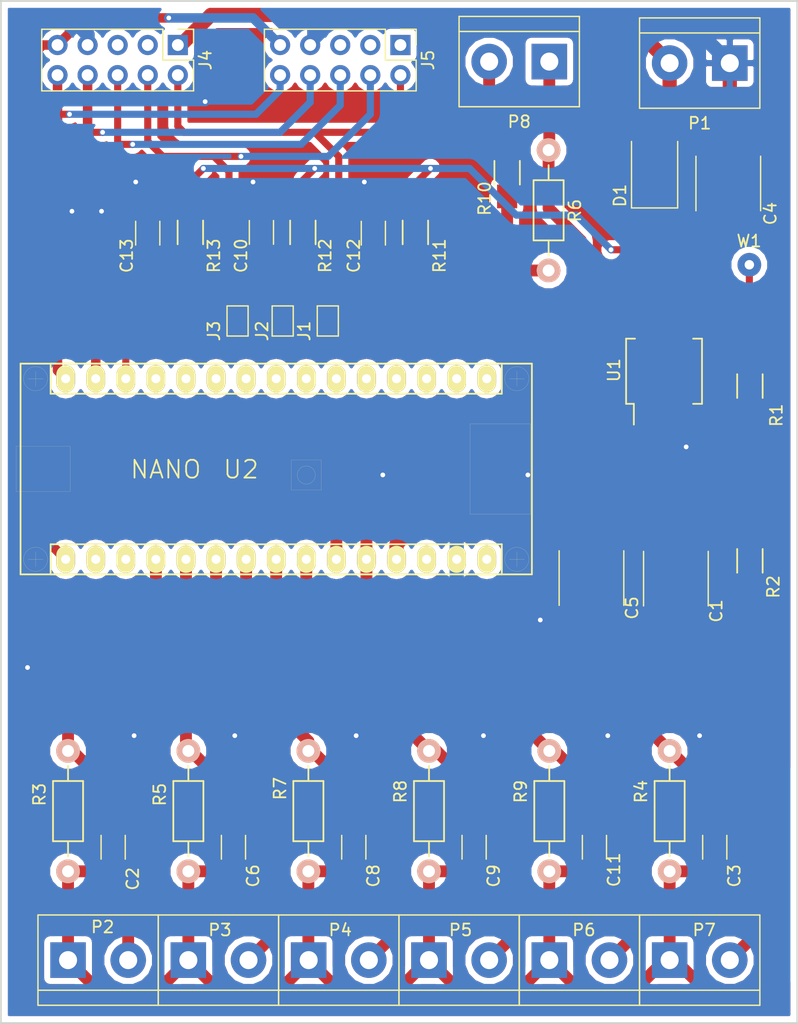
<source format=kicad_pcb>
(kicad_pcb (version 4) (host pcbnew 4.0.2+dfsg1-stable)
  (layers (0 F.Cu signal) (31 B.Cu signal) (34 B.Paste user) (35 F.Paste user) (36 B.SilkS user) (37 F.SilkS user) (38 B.Mask user) (39 F.Mask user) (44 Edge.Cuts user))
  (net 0 "")
  (net 1 GND)
  (net 2 /intensidad_1)
  (net 3 /v_referencia)
  (net 4 /intensidad_6)
  (net 5 VCC)
  (net 6 /intensidad_2)
  (net 7 /intensidad_3)
  (net 8 /intensidad_4)
  (net 9 /ss)
  (net 10 /intensidad_5)
  (net 11 /vcc_5v)
  (net 12 /esp_d0)
  (net 13 /esp_d1)
  (net 14 /esp_d2)
  (net 15 /mosi)
  (net 16 /miso)
  (net 17 /sck)
  (net 18 /esp_d8)
  (net 19 /esp_d3)
  (net 20 "Net-(U2-Pad2)")
  (net 21 "Net-(U2-Pad3)")
  (net 22 "Net-(U2-Pad4)")
  (net 23 "Net-(U2-Pad30)")
  (net 24 "Net-(U2-Pad28)")
  (net 25 "Net-(U2-Pad18)")
  (net 26 "Net-(U2-Pad17)")
  (net 27 "Net-(U2-Pad1)")
  (net 28 "Net-(U2-Pad5)")
  (net 29 "Net-(U2-Pad6)")
  (net 30 "Net-(U2-Pad7)")
  (net 31 "Net-(U2-Pad8)")
  (net 32 "Net-(U2-Pad9)")
  (net 33 "Net-(U2-Pad10)")
  (net 34 "Net-(U2-Pad11)")
  (net 35 "Net-(U2-Pad12)")
  (net 36 "Net-(J5-Pad1)")
  (net 37 "Net-(J5-Pad3)")
  (net 38 "Net-(J5-Pad5)")
  (net 39 "Net-(P8-Pad2)")
  (net 40 /voltage_1)
  (net 41 /v_25)
  (net 42 "Net-(U1-Pad6)")
  (module Connectors_Terminal_Blocks:TerminalBlock_bornier-2_P5.08mm (layer F.Cu) (at 86.741 154.94)
    (fp_text reference P4 (at 2.667 -2.54) (layer F.SilkS))
    (fp_text value PINZA_3)
    (pad 1 thru_hole rect (at 0 0) (size 3 3) (drill 1.52) (layers *.Cu *.Mask) (net 3 /v_referencia))
    (pad 2 thru_hole circle (at 5.08 0) (size 3 3) (drill 1.52) (layers *.Cu *.Mask) (net 7 /intensidad_3))
  )
  (module Capacitors_SMD:C_1206_HandSoldering (layer F.Cu) (at 82.75 93.536 90)
    (fp_text reference C10 (at -1.968 -1.724 90) (layer F.SilkS))
    (fp_text value 100nF)
    (pad 1 smd rect (at -2 0 90) (size 2 1.6) (layers F.Cu F.Paste F.Mask) (net 13 /esp_d1))
    (pad 2 smd rect (at 2 0 90) (size 2 1.6) (layers F.Cu F.Paste F.Mask) (net 1 GND))
  )
  (module Capacitors_SMD:C_2220_HandSoldering (layer F.Cu) (at 117.75 122.75 270)
    (fp_text reference C1 (at 2.726 -3.408 270) (layer F.SilkS))
    (fp_text value 10uF)
    (pad 1 smd rect (at -3.5 0 270) (size 2.4 5) (layers F.Cu F.Paste F.Mask) (net 41 /v_25))
    (pad 2 smd rect (at 3.5 0 270) (size 2.4 5) (layers F.Cu F.Paste F.Mask) (net 1 GND))
  )
  (module Capacitors_SMD:C_1206_HandSoldering (layer F.Cu) (at 70.231 145.415 270)
    (fp_text reference C2 (at 2.667 -1.651 270) (layer F.SilkS))
    (fp_text value 100nF)
    (pad 1 smd rect (at -2 0 270) (size 2 1.6) (layers F.Cu F.Paste F.Mask) (net 2 /intensidad_1))
    (pad 2 smd rect (at 2 0 270) (size 2 1.6) (layers F.Cu F.Paste F.Mask) (net 3 /v_referencia))
  )
  (module Capacitors_SMD:C_1206_HandSoldering (layer F.Cu) (at 121.031 145.415 270)
    (fp_text reference C3 (at 2.413 -1.651 270) (layer F.SilkS))
    (fp_text value 100nF)
    (pad 1 smd rect (at -2 0 270) (size 2 1.6) (layers F.Cu F.Paste F.Mask) (net 4 /intensidad_6))
    (pad 2 smd rect (at 2 0 270) (size 2 1.6) (layers F.Cu F.Paste F.Mask) (net 3 /v_referencia))
  )
  (module Capacitors_SMD:C_2220_HandSoldering (layer F.Cu) (at 122.174 89.408 90)
    (fp_text reference C4 (at -2.54 3.556 90) (layer F.SilkS))
    (fp_text value 10uF)
    (pad 1 smd rect (at -3.5 0 90) (size 2.4 5) (layers F.Cu F.Paste F.Mask) (net 5 VCC))
    (pad 2 smd rect (at 3.5 0 90) (size 2.4 5) (layers F.Cu F.Paste F.Mask) (net 1 GND))
  )
  (module Capacitors_SMD:C_2220_HandSoldering (layer F.Cu) (at 110.621 122.702 270)
    (fp_text reference C5 (at 2.52 -3.425 270) (layer F.SilkS))
    (fp_text value 10uF)
    (pad 1 smd rect (at -3.5 0 270) (size 2.4 5) (layers F.Cu F.Paste F.Mask) (net 3 /v_referencia))
    (pad 2 smd rect (at 3.5 0 270) (size 2.4 5) (layers F.Cu F.Paste F.Mask) (net 1 GND))
  )
  (module Capacitors_SMD:C_1206_HandSoldering (layer F.Cu) (at 80.391 145.415 270)
    (fp_text reference C6 (at 2.413 -1.651 270) (layer F.SilkS))
    (fp_text value 100nF)
    (pad 1 smd rect (at -2 0 270) (size 2 1.6) (layers F.Cu F.Paste F.Mask) (net 6 /intensidad_2))
    (pad 2 smd rect (at 2 0 270) (size 2 1.6) (layers F.Cu F.Paste F.Mask) (net 3 /v_referencia))
  )
  (module Capacitors_SMD:C_1206_HandSoldering (layer F.Cu) (at 90.551 145.415 270)
    (fp_text reference C8 (at 2.413 -1.651 270) (layer F.SilkS))
    (fp_text value 100nF)
    (pad 1 smd rect (at -2 0 270) (size 2 1.6) (layers F.Cu F.Paste F.Mask) (net 7 /intensidad_3))
    (pad 2 smd rect (at 2 0 270) (size 2 1.6) (layers F.Cu F.Paste F.Mask) (net 3 /v_referencia))
  )
  (module Capacitors_SMD:C_1206_HandSoldering (layer F.Cu) (at 100.711 145.415 270)
    (fp_text reference C9 (at 2.413 -1.651 270) (layer F.SilkS))
    (fp_text value 100nF)
    (pad 1 smd rect (at -2 0 270) (size 2 1.6) (layers F.Cu F.Paste F.Mask) (net 8 /intensidad_4))
    (pad 2 smd rect (at 2 0 270) (size 2 1.6) (layers F.Cu F.Paste F.Mask) (net 3 /v_referencia))
  )
  (module Capacitors_SMD:C_1206_HandSoldering (layer F.Cu) (at 110.871 145.415 270)
    (fp_text reference C11 (at 1.905 -1.651 270) (layer F.SilkS))
    (fp_text value 100nF)
    (pad 1 smd rect (at -2 0 270) (size 2 1.6) (layers F.Cu F.Paste F.Mask) (net 10 /intensidad_5))
    (pad 2 smd rect (at 2 0 270) (size 2 1.6) (layers F.Cu F.Paste F.Mask) (net 3 /v_referencia))
  )
  (module Diodes_SMD:D_2114 (layer F.Cu) (at 115.951 88.011 90)
    (fp_text reference D1 (at -2.413 -2.921 90) (layer F.SilkS))
    (fp_text value schottky)
    (pad 1 smd rect (at -2.325 0 90) (size 2 3) (layers F.Cu F.Paste F.Mask) (net 5 VCC))
    (pad 2 smd rect (at 2.325 0 90) (size 2 3) (layers F.Cu F.Paste F.Mask) (net 11 /vcc_5v))
  )
  (module Connectors:GS2 (layer F.Cu) (at 88.356 101.009 180)
    (fp_text reference J1 (at 1.996 -0.845 270) (layer F.SilkS))
    (fp_text value GS2)
    (pad 1 smd rect (at 0 -0.64 180) (size 1.27 0.97) (layers F.Cu F.Paste F.Mask) (net 9 /ss))
    (pad 2 smd rect (at 0 0.64 180) (size 1.27 0.97) (layers F.Cu F.Paste F.Mask) (net 14 /esp_d2))
  )
  (module Connectors:GS2 (layer F.Cu) (at 84.546 101.009 180)
    (fp_text reference J2 (at 1.742 -0.845 270) (layer F.SilkS))
    (fp_text value GS2)
    (pad 1 smd rect (at 0 -0.64 180) (size 1.27 0.97) (layers F.Cu F.Paste F.Mask) (net 9 /ss))
    (pad 2 smd rect (at 0 0.64 180) (size 1.27 0.97) (layers F.Cu F.Paste F.Mask) (net 13 /esp_d1))
  )
  (module Connectors:GS2 (layer F.Cu) (at 80.736 101.009 180)
    (fp_text reference J3 (at 1.996 -0.845 270) (layer F.SilkS))
    (fp_text value GS2)
    (pad 1 smd rect (at 0 -0.64 180) (size 1.27 0.97) (layers F.Cu F.Paste F.Mask) (net 9 /ss))
    (pad 2 smd rect (at 0 0.64 180) (size 1.27 0.97) (layers F.Cu F.Paste F.Mask) (net 12 /esp_d0))
  )
  (module Connectors_Terminal_Blocks:TerminalBlock_bornier-2_P5.08mm (layer F.Cu) (at 122.301 79.248 180)
    (fp_text reference P1 (at 2.54 -5.08 180) (layer F.SilkS))
    (fp_text value V_IN)
    (pad 1 thru_hole rect (at 0 0 180) (size 3 3) (drill 1.52) (layers *.Cu *.Mask) (net 1 GND))
    (pad 2 thru_hole circle (at 5.08 0 180) (size 3 3) (drill 1.52) (layers *.Cu *.Mask) (net 11 /vcc_5v))
  )
  (module Connectors_Terminal_Blocks:TerminalBlock_bornier-2_P5.08mm (layer F.Cu) (at 66.421 154.94)
    (fp_text reference P2 (at 2.921 -2.794) (layer F.SilkS))
    (fp_text value PINZA_1)
    (pad 1 thru_hole rect (at 0 0) (size 3 3) (drill 1.52) (layers *.Cu *.Mask) (net 3 /v_referencia))
    (pad 2 thru_hole circle (at 5.08 0) (size 3 3) (drill 1.52) (layers *.Cu *.Mask) (net 2 /intensidad_1))
  )
  (module Connectors_Terminal_Blocks:TerminalBlock_bornier-2_P5.08mm (layer F.Cu) (at 76.581 154.94)
    (fp_text reference P3 (at 2.667 -2.54) (layer F.SilkS))
    (fp_text value PINZA_2)
    (pad 1 thru_hole rect (at 0 0) (size 3 3) (drill 1.52) (layers *.Cu *.Mask) (net 3 /v_referencia))
    (pad 2 thru_hole circle (at 5.08 0) (size 3 3) (drill 1.52) (layers *.Cu *.Mask) (net 6 /intensidad_2))
  )
  (module Connectors_Terminal_Blocks:TerminalBlock_bornier-2_P5.08mm (layer F.Cu) (at 96.901 154.94)
    (fp_text reference P5 (at 2.667 -2.54) (layer F.SilkS))
    (fp_text value PINZA_4)
    (pad 1 thru_hole rect (at 0 0) (size 3 3) (drill 1.52) (layers *.Cu *.Mask) (net 3 /v_referencia))
    (pad 2 thru_hole circle (at 5.08 0) (size 3 3) (drill 1.52) (layers *.Cu *.Mask) (net 8 /intensidad_4))
  )
  (module Connectors_Terminal_Blocks:TerminalBlock_bornier-2_P5.08mm (layer F.Cu) (at 107.061 154.94)
    (fp_text reference P6 (at 2.921 -2.54) (layer F.SilkS))
    (fp_text value PINZA_5)
    (pad 1 thru_hole rect (at 0 0) (size 3 3) (drill 1.52) (layers *.Cu *.Mask) (net 3 /v_referencia))
    (pad 2 thru_hole circle (at 5.08 0) (size 3 3) (drill 1.52) (layers *.Cu *.Mask) (net 10 /intensidad_5))
  )
  (module Connectors_Terminal_Blocks:TerminalBlock_bornier-2_P5.08mm (layer F.Cu) (at 117.221 154.94)
    (fp_text reference P7 (at 2.921 -2.54) (layer F.SilkS))
    (fp_text value PINZA_6)
    (pad 1 thru_hole rect (at 0 0) (size 3 3) (drill 1.52) (layers *.Cu *.Mask) (net 3 /v_referencia))
    (pad 2 thru_hole circle (at 5.08 0) (size 3 3) (drill 1.52) (layers *.Cu *.Mask) (net 4 /intensidad_6))
  )
  (module Connectors_Terminal_Blocks:TerminalBlock_bornier-2_P5.08mm (layer F.Cu) (at 107.061 79.121 180)
    (fp_text reference P8 (at 2.54 -5.08 180) (layer F.SilkS))
    (fp_text value PINZA_7)
    (pad 1 thru_hole rect (at 0 0 180) (size 3 3) (drill 1.52) (layers *.Cu *.Mask) (net 3 /v_referencia))
    (pad 2 thru_hole circle (at 5.08 0 180) (size 3 3) (drill 1.52) (layers *.Cu *.Mask) (net 39 "Net-(P8-Pad2)"))
  )
  (module libreria_huellas_proyecto:Resistor_Horizontal_RM10mm (layer F.Cu) (at 66.421 137.287 270)
    (fp_text reference R3 (at 3.683 2.413 270) (layer F.SilkS))
    (fp_text value 10k)
    (pad 1 thru_hole circle (at 0 0 270) (size 1.99898 1.99898) (drill 1.00076) (layers *.Cu *.SilkS *.Mask) (net 2 /intensidad_1))
    (pad 2 thru_hole circle (at 10.16 0 270) (size 1.99898 1.99898) (drill 1.00076) (layers *.Cu *.SilkS *.Mask) (net 3 /v_referencia))
  )
  (module libreria_huellas_proyecto:Resistor_Horizontal_RM10mm (layer F.Cu) (at 117.221 137.287 270)
    (fp_text reference R4 (at 3.429 2.413 270) (layer F.SilkS))
    (fp_text value 10k)
    (pad 1 thru_hole circle (at 0 0 270) (size 1.99898 1.99898) (drill 1.00076) (layers *.Cu *.SilkS *.Mask) (net 4 /intensidad_6))
    (pad 2 thru_hole circle (at 10.16 0 270) (size 1.99898 1.99898) (drill 1.00076) (layers *.Cu *.SilkS *.Mask) (net 3 /v_referencia))
  )
  (module libreria_huellas_proyecto:Resistor_Horizontal_RM10mm (layer F.Cu) (at 76.581 137.287 270)
    (fp_text reference R5 (at 3.683 2.413 270) (layer F.SilkS))
    (fp_text value 10k)
    (pad 1 thru_hole circle (at 0 0 270) (size 1.99898 1.99898) (drill 1.00076) (layers *.Cu *.SilkS *.Mask) (net 6 /intensidad_2))
    (pad 2 thru_hole circle (at 10.16 0 270) (size 1.99898 1.99898) (drill 1.00076) (layers *.Cu *.SilkS *.Mask) (net 3 /v_referencia))
  )
  (module libreria_huellas_proyecto:Resistor_Horizontal_RM10mm (layer F.Cu) (at 86.7156 137.287 270)
    (fp_text reference R7 (at 3.175 2.3876 270) (layer F.SilkS))
    (fp_text value 10k)
    (pad 1 thru_hole circle (at 0 0 270) (size 1.99898 1.99898) (drill 1.00076) (layers *.Cu *.SilkS *.Mask) (net 7 /intensidad_3))
    (pad 2 thru_hole circle (at 10.16 0 270) (size 1.99898 1.99898) (drill 1.00076) (layers *.Cu *.SilkS *.Mask) (net 3 /v_referencia))
  )
  (module libreria_huellas_proyecto:Resistor_Horizontal_RM10mm (layer F.Cu) (at 96.901 137.287 270)
    (fp_text reference R8 (at 3.429 2.413 270) (layer F.SilkS))
    (fp_text value 10k)
    (pad 1 thru_hole circle (at 0 0 270) (size 1.99898 1.99898) (drill 1.00076) (layers *.Cu *.SilkS *.Mask) (net 8 /intensidad_4))
    (pad 2 thru_hole circle (at 10.16 0 270) (size 1.99898 1.99898) (drill 1.00076) (layers *.Cu *.SilkS *.Mask) (net 3 /v_referencia))
  )
  (module libreria_huellas_proyecto:Resistor_Horizontal_RM10mm (layer F.Cu) (at 107.061 137.287 270)
    (fp_text reference R9 (at 3.429 2.413 270) (layer F.SilkS))
    (fp_text value 10k)
    (pad 1 thru_hole circle (at 0 0 270) (size 1.99898 1.99898) (drill 1.00076) (layers *.Cu *.SilkS *.Mask) (net 10 /intensidad_5))
    (pad 2 thru_hole circle (at 10.16 0 270) (size 1.99898 1.99898) (drill 1.00076) (layers *.Cu *.SilkS *.Mask) (net 3 /v_referencia))
  )
  (module Housings_SOIC:SO-8_5.3x6.2mm_Pitch1.27mm (layer F.Cu) (at 116.75 105.25 90)
    (fp_text reference U1 (at 0.094 -4.228 90) (layer F.SilkS))
    (fp_text value LM358)
    (pad 1 smd rect (at -3.7 -1.905 90) (size 1.75 0.55) (layers F.Cu F.Paste F.Mask) (net 3 /v_referencia))
    (pad 2 smd rect (at -3.7 -0.635 90) (size 1.75 0.55) (layers F.Cu F.Paste F.Mask) (net 3 /v_referencia))
    (pad 3 smd rect (at -3.7 0.635 90) (size 1.75 0.55) (layers F.Cu F.Paste F.Mask) (net 41 /v_25))
    (pad 4 smd rect (at -3.7 1.905 90) (size 1.75 0.55) (layers F.Cu F.Paste F.Mask) (net 1 GND))
    (pad 5 smd rect (at 3.7 1.905 90) (size 1.75 0.55) (layers F.Cu F.Paste F.Mask) (net 41 /v_25))
    (pad 6 smd rect (at 3.7 0.635 90) (size 1.75 0.55) (layers F.Cu F.Paste F.Mask) (net 42 "Net-(U1-Pad6)"))
    (pad 7 smd rect (at 3.7 -0.635 90) (size 1.75 0.55) (layers F.Cu F.Paste F.Mask) (net 42 "Net-(U1-Pad6)"))
    (pad 8 smd rect (at 3.7 -1.905 90) (size 1.75 0.55) (layers F.Cu F.Paste F.Mask) (net 5 VCC))
  )
  (module libreria_huellas_proyecto:arduino_nano (layer F.Cu) (at 84 113.5 270)
    (fp_text reference U2 (at 0.038 2.974 360) (layer F.SilkS) (effects (font (size 1.5 1.5))))
    (fp_text value NANO (at 0.038 9.324 360) (layer F.SilkS) (effects (font (size 1.5 1.5))))
    (pad 2 thru_hole oval (at -7.62 -15.24 270) (size 2.286 1.5748) (drill 0.762) (layers *.Cu *.Mask F.SilkS) (net 20 "Net-(U2-Pad2)"))
    (pad 3 thru_hole oval (at -7.62 -12.7 270) (size 2.286 1.5748) (drill 0.762) (layers *.Cu *.Mask F.SilkS) (net 21 "Net-(U2-Pad3)"))
    (pad 4 thru_hole oval (at -7.62 -10.16 270) (size 2.286 1.5748) (drill 0.762) (layers *.Cu *.Mask F.SilkS) (net 22 "Net-(U2-Pad4)"))
    (pad 30 thru_hole oval (at 7.62 -17.78 270) (size 2.286 1.5748) (drill 0.762) (layers *.Cu *.Mask F.SilkS) (net 23 "Net-(U2-Pad30)"))
    (pad 29 thru_hole oval (at 7.62 -15.24 270) (size 2.286 1.5748) (drill 0.762) (layers *.Cu *.Mask F.SilkS) (net 1 GND))
    (pad 28 thru_hole oval (at 7.62 -12.7 270) (size 2.286 1.5748) (drill 0.762) (layers *.Cu *.Mask F.SilkS) (net 24 "Net-(U2-Pad28)"))
    (pad 27 thru_hole oval (at 7.62 -10.16 270) (size 2.286 1.5748) (drill 0.762) (layers *.Cu *.Mask F.SilkS) (net 5 VCC))
    (pad 19 thru_hole oval (at 7.62 10.16 270) (size 2.286 1.5748) (drill 0.762) (layers *.Cu *.Mask F.SilkS) (net 2 /intensidad_1))
    (pad 18 thru_hole oval (at 7.62 12.7 270) (size 2.286 1.5748) (drill 0.762) (layers *.Cu *.Mask F.SilkS) (net 25 "Net-(U2-Pad18)"))
    (pad 17 thru_hole oval (at 7.62 15.24 270) (size 2.286 1.5748) (drill 0.762) (layers *.Cu *.Mask F.SilkS) (net 26 "Net-(U2-Pad17)"))
    (pad 1 thru_hole oval (at -7.62 -17.78 270) (size 2.286 1.5748) (drill 0.762) (layers *.Cu *.Mask F.SilkS) (net 27 "Net-(U2-Pad1)"))
    (pad 5 thru_hole oval (at -7.62 -7.62 270) (size 2.286 1.5748) (drill 0.762) (layers *.Cu *.Mask F.SilkS) (net 28 "Net-(U2-Pad5)"))
    (pad 6 thru_hole oval (at -7.62 -5.08 270) (size 2.286 1.5748) (drill 0.762) (layers *.Cu *.Mask F.SilkS) (net 29 "Net-(U2-Pad6)"))
    (pad 7 thru_hole oval (at -7.62 -2.54 270) (size 2.286 1.5748) (drill 0.762) (layers *.Cu *.Mask F.SilkS) (net 30 "Net-(U2-Pad7)"))
    (pad 8 thru_hole oval (at -7.62 0 270) (size 2.286 1.5748) (drill 0.762) (layers *.Cu *.Mask F.SilkS) (net 31 "Net-(U2-Pad8)"))
    (pad 9 thru_hole oval (at -7.62 2.54 270) (size 2.286 1.5748) (drill 0.762) (layers *.Cu *.Mask F.SilkS) (net 32 "Net-(U2-Pad9)"))
    (pad 10 thru_hole oval (at -7.62 5.08 270) (size 2.286 1.5748) (drill 0.762) (layers *.Cu *.Mask F.SilkS) (net 33 "Net-(U2-Pad10)"))
    (pad 11 thru_hole oval (at -7.62 7.62 270) (size 2.286 1.5748) (drill 0.762) (layers *.Cu *.Mask F.SilkS) (net 34 "Net-(U2-Pad11)"))
    (pad 12 thru_hole oval (at -7.62 10.16 270) (size 2.286 1.5748) (drill 0.762) (layers *.Cu *.Mask F.SilkS) (net 35 "Net-(U2-Pad12)"))
    (pad 13 thru_hole oval (at -7.62 12.7 270) (size 2.286 1.5748) (drill 0.762) (layers *.Cu *.Mask F.SilkS) (net 9 /ss))
    (pad 14 thru_hole oval (at -7.62 15.24 270) (size 2.286 1.5748) (drill 0.762) (layers *.Cu *.Mask F.SilkS) (net 15 /mosi))
    (pad 15 thru_hole oval (at -7.62 17.78 270) (size 2.286 1.5748) (drill 0.762) (layers *.Cu *.Mask F.SilkS) (net 16 /miso))
    (pad 16 thru_hole oval (at 7.62 17.78 270) (size 2.286 1.5748) (drill 0.762) (layers *.Cu *.Mask F.SilkS) (net 17 /sck))
    (pad 20 thru_hole oval (at 7.62 7.62 270) (size 2.286 1.5748) (drill 0.762) (layers *.Cu *.Mask F.SilkS) (net 6 /intensidad_2))
    (pad 21 thru_hole oval (at 7.62 5.08 270) (size 2.286 1.5748) (drill 0.762) (layers *.Cu *.Mask F.SilkS) (net 7 /intensidad_3))
    (pad 22 thru_hole oval (at 7.62 2.54 270) (size 2.286 1.5748) (drill 0.762) (layers *.Cu *.Mask F.SilkS) (net 8 /intensidad_4))
    (pad 23 thru_hole oval (at 7.62 0 270) (size 2.286 1.5748) (drill 0.762) (layers *.Cu *.Mask F.SilkS) (net 10 /intensidad_5))
    (pad 24 thru_hole oval (at 7.62 -2.54 270) (size 2.286 1.5748) (drill 0.762) (layers *.Cu *.Mask F.SilkS) (net 4 /intensidad_6))
    (pad 25 thru_hole oval (at 7.62 -5.08 270) (size 2.286 1.5748) (drill 0.762) (layers *.Cu *.Mask F.SilkS) (net 40 /voltage_1))
    (pad 26 thru_hole oval (at 7.62 -7.62 270) (size 2.286 1.5748) (drill 0.762) (layers *.Cu *.Mask F.SilkS) (net 3 /v_referencia))
  )
  (module Wire_Pads:SolderWirePad_single_0-8mmDrill (layer F.Cu) (at 123.952 96.266)
    (fp_text reference W1 (at -0.02 -2.004) (layer F.SilkS))
    (fp_text value +5V)
    (pad 1 thru_hole circle (at 0 0) (size 1.99898 1.99898) (drill 0.8001) (layers *.Cu *.Mask) (net 5 VCC))
  )
  (module oscar_libreria_huellas:Pin_Header_Straight_2x05_Pitch2.54mm_onsar (layer F.Cu) (at 75.692 77.724 270)
    (fp_text reference J4 (at 1.27 -2.33 270) (layer F.SilkS))
    (fp_text value Conn_02x05_Odd_Even)
    (pad 1 thru_hole rect (at 0 0 270) (size 1.7 1.7) (drill 1) (layers *.Cu *.Mask) (net 11 /vcc_5v))
    (pad 2 thru_hole oval (at 2.54 0 270) (size 1.7 1.7) (drill 1) (layers *.Cu *.Mask) (net 14 /esp_d2))
    (pad 3 thru_hole oval (at 0 2.54 270) (size 1.7 1.7) (drill 1) (layers *.Cu *.Mask) (net 18 /esp_d8))
    (pad 4 thru_hole oval (at 2.54 2.54 270) (size 1.7 1.7) (drill 1) (layers *.Cu *.Mask) (net 13 /esp_d1))
    (pad 5 thru_hole oval (at 0 5.08 270) (size 1.7 1.7) (drill 1) (layers *.Cu *.Mask) (net 19 /esp_d3))
    (pad 6 thru_hole oval (at 2.54 5.08 270) (size 1.7 1.7) (drill 1) (layers *.Cu *.Mask) (net 12 /esp_d0))
    (pad 7 thru_hole oval (at 0 7.62 270) (size 1.7 1.7) (drill 1) (layers *.Cu *.Mask) (net 1 GND))
    (pad 8 thru_hole oval (at 2.54 7.62 270) (size 1.7 1.7) (drill 1) (layers *.Cu *.Mask) (net 15 /mosi))
    (pad 9 thru_hole oval (at 0 10.16 270) (size 1.7 1.7) (drill 1) (layers *.Cu *.Mask) (net 17 /sck))
    (pad 10 thru_hole oval (at 2.54 10.16 270) (size 1.7 1.7) (drill 1) (layers *.Cu *.Mask) (net 16 /miso))
  )
  (module oscar_libreria_huellas:Pin_Header_Straight_2x05_Pitch2.54mm_onsar (layer F.Cu) (at 94.488 77.724 270)
    (fp_text reference J5 (at 1.27 -2.33 270) (layer F.SilkS))
    (fp_text value Conn_02x05_Odd_Even)
    (pad 1 thru_hole rect (at 0 0 270) (size 1.7 1.7) (drill 1) (layers *.Cu *.Mask) (net 36 "Net-(J5-Pad1)"))
    (pad 2 thru_hole oval (at 2.54 0 270) (size 1.7 1.7) (drill 1) (layers *.Cu *.Mask) (net 14 /esp_d2))
    (pad 3 thru_hole oval (at 0 2.54 270) (size 1.7 1.7) (drill 1) (layers *.Cu *.Mask) (net 37 "Net-(J5-Pad3)"))
    (pad 4 thru_hole oval (at 2.54 2.54 270) (size 1.7 1.7) (drill 1) (layers *.Cu *.Mask) (net 13 /esp_d1))
    (pad 5 thru_hole oval (at 0 5.08 270) (size 1.7 1.7) (drill 1) (layers *.Cu *.Mask) (net 38 "Net-(J5-Pad5)"))
    (pad 6 thru_hole oval (at 2.54 5.08 270) (size 1.7 1.7) (drill 1) (layers *.Cu *.Mask) (net 12 /esp_d0))
    (pad 7 thru_hole oval (at 0 7.62 270) (size 1.7 1.7) (drill 1) (layers *.Cu *.Mask) (net 1 GND))
    (pad 8 thru_hole oval (at 2.54 7.62 270) (size 1.7 1.7) (drill 1) (layers *.Cu *.Mask) (net 15 /mosi))
    (pad 9 thru_hole oval (at 0 10.16 270) (size 1.7 1.7) (drill 1) (layers *.Cu *.Mask) (net 17 /sck))
    (pad 10 thru_hole oval (at 2.54 10.16 270) (size 1.7 1.7) (drill 1) (layers *.Cu *.Mask) (net 16 /miso))
  )
  (module Resistors_SMD:R_1206_HandSoldering (layer F.Cu) (at 124 106.5 270)
    (fp_text reference R1 (at 2.466 -2.238 270) (layer F.SilkS))
    (fp_text value 4K7)
    (pad 1 smd rect (at -2 0 270) (size 2 1.7) (layers F.Cu F.Paste F.Mask) (net 5 VCC))
    (pad 2 smd rect (at 2 0 270) (size 2 1.7) (layers F.Cu F.Paste F.Mask) (net 41 /v_25))
  )
  (module Resistors_SMD:R_1206_HandSoldering (layer F.Cu) (at 124 121.25 270)
    (fp_text reference R2 (at 2.194 -1.984 270) (layer F.SilkS))
    (fp_text value 4K7)
    (pad 1 smd rect (at -2 0 270) (size 2 1.7) (layers F.Cu F.Paste F.Mask) (net 41 /v_25))
    (pad 2 smd rect (at 2 0 270) (size 2 1.7) (layers F.Cu F.Paste F.Mask) (net 1 GND))
  )
  (module libreria_huellas_proyecto:Resistor_Horizontal_RM10mm (layer F.Cu) (at 107 96.75 90)
    (fp_text reference R6 (at 5.056 2.22 90) (layer F.SilkS))
    (fp_text value 1k)
    (pad 1 thru_hole circle (at 0 0 90) (size 1.99898 1.99898) (drill 1.00076) (layers *.Cu *.SilkS *.Mask) (net 40 /voltage_1))
    (pad 2 thru_hole circle (at 10.16 0 90) (size 1.99898 1.99898) (drill 1.00076) (layers *.Cu *.SilkS *.Mask) (net 3 /v_referencia))
  )
  (module Resistors_SMD:R_1206_HandSoldering (layer F.Cu) (at 103.5 88.5 90)
    (fp_text reference R10 (at -2.178 -1.9 90) (layer F.SilkS))
    (fp_text value 10k)
    (pad 1 smd rect (at -2 0 90) (size 2 1.7) (layers F.Cu F.Paste F.Mask) (net 40 /voltage_1))
    (pad 2 smd rect (at 2 0 90) (size 2 1.7) (layers F.Cu F.Paste F.Mask) (net 39 "Net-(P8-Pad2)"))
  )
  (module Resistors_SMD:R_1206_HandSoldering (layer F.Cu) (at 95.75 93.536 270)
    (fp_text reference R11 (at 1.968 -2.04 270) (layer F.SilkS))
    (fp_text value 4K7)
    (pad 1 smd rect (at -2 0 270) (size 2 1.7) (layers F.Cu F.Paste F.Mask) (net 5 VCC))
    (pad 2 smd rect (at 2 0 270) (size 2 1.7) (layers F.Cu F.Paste F.Mask) (net 14 /esp_d2))
  )
  (module Resistors_SMD:R_1206_HandSoldering (layer F.Cu) (at 86.25 93.536 270)
    (fp_text reference R12 (at 1.968 -1.888 270) (layer F.SilkS))
    (fp_text value 4K7)
    (pad 1 smd rect (at -2 0 270) (size 2 1.7) (layers F.Cu F.Paste F.Mask) (net 5 VCC))
    (pad 2 smd rect (at 2 0 270) (size 2 1.7) (layers F.Cu F.Paste F.Mask) (net 13 /esp_d1))
  )
  (module Resistors_SMD:R_1206_HandSoldering (layer F.Cu) (at 76.75 93.536 270)
    (fp_text reference R13 (at 1.968 -1.99 270) (layer F.SilkS))
    (fp_text value 4K7)
    (pad 1 smd rect (at -2 0 270) (size 2 1.7) (layers F.Cu F.Paste F.Mask) (net 5 VCC))
    (pad 2 smd rect (at 2 0 270) (size 2 1.7) (layers F.Cu F.Paste F.Mask) (net 12 /esp_d0))
  )
  (module Capacitors_SMD:C_1206_HandSoldering (layer F.Cu) (at 73.152 93.599 90)
    (fp_text reference C13 (at -1.905 -1.778 90) (layer F.SilkS))
    (fp_text value 100nF)
    (pad 1 smd rect (at -2 0 90) (size 2 1.6) (layers F.Cu F.Paste F.Mask) (net 12 /esp_d0))
    (pad 2 smd rect (at 2 0 90) (size 2 1.6) (layers F.Cu F.Paste F.Mask) (net 1 GND))
  )
  (module Capacitors_SMD:C_1206_HandSoldering (layer F.Cu) (at 92.202 93.599 90)
    (fp_text reference C12 (at -1.905 -1.651 90) (layer F.SilkS))
    (fp_text value 100nF)
    (pad 1 smd rect (at -2 0 90) (size 2 1.6) (layers F.Cu F.Paste F.Mask) (net 14 /esp_d2))
    (pad 2 smd rect (at 2 0 90) (size 2 1.6) (layers F.Cu F.Paste F.Mask) (net 1 GND))
  )
  (gr_line (start 60.75 160.25) (end 60.75 74) (angle 90) (layer Edge.Cuts) (width 0.15))
  (gr_line (start 128 160.25) (end 60.75 160.25) (angle 90) (layer Edge.Cuts) (width 0.15))
  (gr_line (start 128 74) (end 128 160.25) (angle 90) (layer Edge.Cuts) (width 0.15))
  (gr_line (start 60.75 74) (end 128 74) (angle 90) (layer Edge.Cuts) (width 0.15))
  (gr_line (start 60.75 74) (end 128 74) (angle 90) (layer Edge.Cuts) (width 0.15))
  (segment (start 91.25 115.824) (end 91.25 115.75) (width 0.8) (layer B.Cu) (net 1))
  (segment (start 93 114) (end 94 113) (width 0.8) (layer F.Cu) (net 1))
  (via (at 93 114) (size 0.6) (drill 0.4) (layers F.Cu B.Cu) (net 1))
  (segment (start 91.25 115.75) (end 93 114) (width 0.8) (layer B.Cu) (net 1))
  (segment (start 103.5 115.824) (end 103.5 115.75) (width 0.8) (layer B.Cu) (net 1))
  (segment (start 105.25 114) (end 106 113.25) (width 0.8) (layer F.Cu) (net 1))
  (via (at 105.25 114) (size 0.6) (drill 0.4) (layers F.Cu B.Cu) (net 1))
  (segment (start 103.5 115.75) (end 105.25 114) (width 0.8) (layer B.Cu) (net 1))
  (segment (start 62.992 82.5) (end 78 82.5) (width 0.8) (layer B.Cu) (net 1))
  (segment (start 78 82.5) (end 79.25 81.25) (width 0.8) (layer F.Cu) (net 1))
  (via (at 78 82.5) (size 0.6) (drill 0.4) (layers F.Cu B.Cu) (net 1))
  (segment (start 63.102 127.5) (end 63.102 130.148) (width 1.2) (layer B.Cu) (net 1))
  (segment (start 63 130.25) (end 63 132.75) (width 1.2) (layer F.Cu) (net 1))
  (via (at 63 130.25) (size 0.6) (drill 0.4) (layers F.Cu B.Cu) (net 1))
  (segment (start 63.102 130.148) (end 63 130.25) (width 1.2) (layer B.Cu) (net 1))
  (segment (start 117.25 133.75) (end 117.5 133.75) (width 1.2) (layer B.Cu) (net 1))
  (segment (start 112 133.75) (end 117.25 133.75) (width 1.2) (layer B.Cu) (net 1))
  (segment (start 119.75 136) (end 122.25 138.5) (width 1.2) (layer F.Cu) (net 1))
  (via (at 119.75 136) (size 0.6) (drill 0.4) (layers F.Cu B.Cu) (net 1))
  (segment (start 117.5 133.75) (end 119.75 136) (width 1.2) (layer B.Cu) (net 1))
  (segment (start 112 133.75) (end 112 136) (width 1.2) (layer B.Cu) (net 1))
  (segment (start 112 136) (end 112 138.5) (width 1.2) (layer F.Cu) (net 1))
  (via (at 112 136) (size 0.6) (drill 0.4) (layers F.Cu B.Cu) (net 1))
  (segment (start 101.5 133.75) (end 101.5 136) (width 1.2) (layer B.Cu) (net 1))
  (segment (start 101.5 136) (end 101.5 138.5) (width 1.2) (layer F.Cu) (net 1))
  (via (at 101.5 136) (size 0.6) (drill 0.4) (layers F.Cu B.Cu) (net 1))
  (segment (start 90.75 133.75) (end 90.75 136) (width 1.2) (layer B.Cu) (net 1))
  (segment (start 90.75 136) (end 90.75 138.5) (width 1.2) (layer F.Cu) (net 1))
  (via (at 90.75 136) (size 0.6) (drill 0.4) (layers F.Cu B.Cu) (net 1))
  (segment (start 80.5 133.75) (end 80.5 136) (width 1.2) (layer B.Cu) (net 1))
  (segment (start 80.5 136) (end 80.5 138.5) (width 1.2) (layer F.Cu) (net 1))
  (via (at 80.5 136) (size 0.6) (drill 0.4) (layers F.Cu B.Cu) (net 1))
  (segment (start 72 133.75) (end 72 136) (width 1.2) (layer B.Cu) (net 1))
  (segment (start 72 136) (end 72 138.5) (width 1.2) (layer F.Cu) (net 1))
  (via (at 72 136) (size 0.6) (drill 0.4) (layers F.Cu B.Cu) (net 1))
  (segment (start 63.102 113.648) (end 63.102 127.5) (width 1.2) (layer B.Cu) (net 1))
  (segment (start 63.102 127.5) (end 63.102 127.852) (width 1.2) (layer B.Cu) (net 1))
  (segment (start 108.75 133.75) (end 112 133.75) (width 1.2) (layer B.Cu) (net 1))
  (segment (start 99.75 133.75) (end 101.5 133.75) (width 1.2) (layer B.Cu) (net 1))
  (segment (start 101.5 133.75) (end 108.75 133.75) (width 1.2) (layer B.Cu) (net 1))
  (segment (start 69 133.75) (end 72 133.75) (width 1.2) (layer B.Cu) (net 1))
  (segment (start 72 133.75) (end 80.5 133.75) (width 1.2) (layer B.Cu) (net 1))
  (segment (start 80.5 133.75) (end 90.75 133.75) (width 1.2) (layer B.Cu) (net 1))
  (segment (start 90.75 133.75) (end 99.75 133.75) (width 1.2) (layer B.Cu) (net 1))
  (segment (start 63.102 127.852) (end 69 133.75) (width 1.2) (layer B.Cu) (net 1))
  (segment (start 69.25 89.281) (end 69.25 91.75) (width 0.6) (layer B.Cu) (net 1))
  (segment (start 69.25 91.75) (end 69.25 93.75) (width 0.6) (layer F.Cu) (net 1))
  (via (at 69.25 91.75) (size 0.6) (drill 0.4) (layers F.Cu B.Cu) (net 1))
  (segment (start 66.75 89.281) (end 66.75 91.75) (width 0.6) (layer B.Cu) (net 1))
  (segment (start 66.75 91.75) (end 66.75 93.75) (width 0.6) (layer F.Cu) (net 1))
  (via (at 66.75 91.75) (size 0.6) (drill 0.4) (layers F.Cu B.Cu) (net 1))
  (segment (start 73.152 91.599) (end 73.152 90.297) (width 0.6) (layer F.Cu) (net 1))
  (via (at 72.136 89.281) (size 0.6) (drill 0.4) (layers F.Cu B.Cu) (net 1))
  (segment (start 73.152 90.297) (end 72.136 89.281) (width 0.6) (layer F.Cu) (net 1))
  (segment (start 82.75 91.536) (end 82.75 89.989) (width 0.6) (layer F.Cu) (net 1))
  (via (at 82.042 89.281) (size 0.6) (drill 0.4) (layers F.Cu B.Cu) (net 1))
  (segment (start 82.75 89.989) (end 82.042 89.281) (width 0.6) (layer F.Cu) (net 1))
  (segment (start 92.202 91.599) (end 92.202 90.043) (width 0.6) (layer F.Cu) (net 1))
  (segment (start 92.202 90.043) (end 91.44 89.281) (width 0.6) (layer F.Cu) (net 1))
  (via (at 91.44 89.281) (size 0.6) (drill 0.4) (layers F.Cu B.Cu) (net 1))
  (segment (start 91.44 89.281) (end 82.042 89.281) (width 0.6) (layer B.Cu) (net 1))
  (segment (start 66.421 89.281) (end 62.992 92.71) (width 0.6) (layer B.Cu) (net 1))
  (segment (start 72.136 89.281) (end 69.25 89.281) (width 0.6) (layer B.Cu) (net 1))
  (segment (start 69.25 89.281) (end 66.75 89.281) (width 0.6) (layer B.Cu) (net 1))
  (segment (start 66.75 89.281) (end 67 89.281) (width 0.6) (layer B.Cu) (net 1))
  (segment (start 67 89.281) (end 66.421 89.281) (width 0.6) (layer B.Cu) (net 1))
  (segment (start 82.042 89.281) (end 75.057 89.281) (width 0.6) (layer B.Cu) (net 1))
  (segment (start 75.057 89.281) (end 72.136 89.281) (width 0.6) (layer B.Cu) (net 1))
  (segment (start 86.868 77.724) (end 86.868 77.47) (width 1.2) (layer B.Cu) (net 1))
  (segment (start 86.868 77.47) (end 89.154 75.184) (width 1.2) (layer B.Cu) (net 1))
  (segment (start 89.154 75.184) (end 118.237 75.184) (width 1.2) (layer B.Cu) (net 1))
  (segment (start 118.237 75.184) (end 122.301 79.248) (width 1.2) (layer B.Cu) (net 1))
  (segment (start 101.346 115.824) (end 91.25 115.824) (width 1.2) (layer B.Cu) (net 1))
  (segment (start 91.25 115.824) (end 65.278 115.824) (width 1.2) (layer B.Cu) (net 1))
  (segment (start 65.278 115.824) (end 63.102 113.648) (width 1.2) (layer B.Cu) (net 1))
  (segment (start 63.102 113.648) (end 62.992 113.538) (width 1.2) (layer B.Cu) (net 1))
  (segment (start 62.992 113.538) (end 62.992 92.71) (width 1.2) (layer B.Cu) (net 1))
  (segment (start 68.072 76.835) (end 68.072 77.724) (width 1.2) (layer B.Cu) (net 1))
  (segment (start 62.992 92.71) (end 62.992 82.5) (width 1.2) (layer B.Cu) (net 1))
  (segment (start 62.992 82.5) (end 62.992 76.327) (width 1.2) (layer B.Cu) (net 1))
  (segment (start 62.992 76.327) (end 63.881 75.438) (width 1.2) (layer B.Cu) (net 1))
  (segment (start 63.881 75.438) (end 66.675 75.438) (width 1.2) (layer B.Cu) (net 1))
  (segment (start 66.675 75.438) (end 68.072 76.835) (width 1.2) (layer B.Cu) (net 1))
  (segment (start 118.655 108.95) (end 118.655 111.596) (width 0.6) (layer F.Cu) (net 1))
  (segment (start 118.655 111.596) (end 118.618 111.633) (width 0.6) (layer F.Cu) (net 1))
  (via (at 118.618 111.633) (size 0.6) (drill 0.4) (layers F.Cu B.Cu) (net 1))
  (segment (start 118.618 111.633) (end 114.427 115.824) (width 1.2) (layer B.Cu) (net 1))
  (segment (start 114.427 115.824) (end 103.5 115.824) (width 1.2) (layer B.Cu) (net 1))
  (segment (start 103.5 115.824) (end 102.87 115.824) (width 1.2) (layer B.Cu) (net 1))
  (segment (start 99.24 117.803) (end 99.24 121.12) (width 1.2) (layer B.Cu) (net 1))
  (segment (start 102.87 115.824) (end 101.346 115.824) (width 1.2) (layer B.Cu) (net 1))
  (segment (start 101.346 115.824) (end 101.219 115.824) (width 1.2) (layer B.Cu) (net 1))
  (segment (start 101.219 115.824) (end 99.24 117.803) (width 1.2) (layer B.Cu) (net 1))
  (segment (start 110.621 126.202) (end 106.335 126.202) (width 1.2) (layer F.Cu) (net 1))
  (segment (start 99.24 123.37) (end 99.24 121.12) (width 1.2) (layer B.Cu) (net 1))
  (segment (start 102.108 126.238) (end 99.24 123.37) (width 1.2) (layer B.Cu) (net 1))
  (segment (start 106.299 126.238) (end 102.108 126.238) (width 1.2) (layer B.Cu) (net 1))
  (via (at 106.299 126.238) (size 0.6) (drill 0.4) (layers F.Cu B.Cu) (net 1))
  (segment (start 106.335 126.202) (end 106.299 126.238) (width 1.2) (layer F.Cu) (net 1))
  (segment (start 124 123.25) (end 124 122.888) (width 1.2) (layer F.Cu) (net 1))
  (segment (start 124 122.888) (end 126.746 120.142) (width 1.2) (layer F.Cu) (net 1))
  (segment (start 126.746 90.48) (end 122.174 85.908) (width 1.2) (layer F.Cu) (net 1))
  (segment (start 126.746 120.142) (end 126.746 90.48) (width 1.2) (layer F.Cu) (net 1))
  (segment (start 117.75 126.25) (end 121 126.25) (width 1.2) (layer F.Cu) (net 1))
  (segment (start 121 126.25) (end 124 123.25) (width 1.2) (layer F.Cu) (net 1))
  (segment (start 110.621 126.202) (end 117.702 126.202) (width 1.2) (layer F.Cu) (net 1))
  (segment (start 117.702 126.202) (end 117.75 126.25) (width 1.2) (layer F.Cu) (net 1))
  (segment (start 122.301 79.248) (end 122.301 85.781) (width 1.2) (layer F.Cu) (net 1))
  (segment (start 122.301 85.781) (end 122.174 85.908) (width 1.2) (layer F.Cu) (net 1))
  (segment (start 82.75 91.536) (end 82.75 91.494) (width 0.6) (layer F.Cu) (net 1))
  (segment (start 73.152 91.599) (end 73.152 91.567) (width 0.6) (layer F.Cu) (net 1))
  (segment (start 92.202 91.313) (end 92.202 91.599) (width 0.6) (layer F.Cu) (net 1))
  (segment (start 71.501 154.94) (end 71.501 150.999) (width 1) (layer F.Cu) (net 2))
  (segment (start 73 143.5) (end 70.231 140.731) (width 1) (layer F.Cu) (net 2))
  (segment (start 73 149.5) (end 73 143.5) (width 1) (layer F.Cu) (net 2))
  (segment (start 71.501 150.999) (end 73 149.5) (width 1) (layer F.Cu) (net 2))
  (segment (start 66.421 137.287) (end 66.787 137.287) (width 1) (layer F.Cu) (net 2))
  (segment (start 66.787 137.287) (end 70.231 140.731) (width 1) (layer F.Cu) (net 2))
  (segment (start 70.231 140.731) (end 70.231 143.415) (width 1) (layer F.Cu) (net 2))
  (segment (start 73.84 121.12) (end 73.84 124.16) (width 1) (layer F.Cu) (net 2))
  (segment (start 66.421 131.579) (end 66.421 137.287) (width 1) (layer F.Cu) (net 2))
  (segment (start 73.84 124.16) (end 66.421 131.579) (width 1) (layer F.Cu) (net 2))
  (segment (start 107 86.59) (end 107 91.506) (width 1) (layer F.Cu) (net 3))
  (segment (start 91.62 117.93) (end 91.62 121.12) (width 1) (layer F.Cu) (net 3))
  (segment (start 94.996 114.554) (end 91.62 117.93) (width 1) (layer F.Cu) (net 3))
  (segment (start 102.616 114.554) (end 94.996 114.554) (width 1) (layer F.Cu) (net 3))
  (segment (start 107.95 109.22) (end 102.616 114.554) (width 1) (layer F.Cu) (net 3))
  (segment (start 107.95 99.822) (end 107.95 109.22) (width 1) (layer F.Cu) (net 3))
  (segment (start 109.728 98.044) (end 107.95 99.822) (width 1) (layer F.Cu) (net 3))
  (segment (start 109.728 94.234) (end 109.728 98.044) (width 1) (layer F.Cu) (net 3))
  (segment (start 107 91.506) (end 109.728 94.234) (width 1) (layer F.Cu) (net 3))
  (segment (start 110.621 119.202) (end 110.621 121.129) (width 1) (layer F.Cu) (net 3))
  (segment (start 103.75 122.75) (end 101.75 124.75) (width 1) (layer F.Cu) (net 3))
  (segment (start 109 122.75) (end 103.75 122.75) (width 1) (layer F.Cu) (net 3))
  (segment (start 110.621 121.129) (end 109 122.75) (width 1) (layer F.Cu) (net 3))
  (segment (start 76.581 154.94) (end 76.56 154.94) (width 1) (layer F.Cu) (net 3))
  (segment (start 76.56 154.94) (end 73.5 158) (width 1) (layer F.Cu) (net 3))
  (segment (start 69.481 158) (end 66.421 154.94) (width 1) (layer F.Cu) (net 3))
  (segment (start 73.5 158) (end 69.481 158) (width 1) (layer F.Cu) (net 3))
  (segment (start 86.741 154.94) (end 86.741 155.009) (width 1) (layer F.Cu) (net 3))
  (segment (start 86.741 155.009) (end 83.75 158) (width 1) (layer F.Cu) (net 3))
  (segment (start 79.641 158) (end 76.581 154.94) (width 1) (layer F.Cu) (net 3))
  (segment (start 83.75 158) (end 79.641 158) (width 1) (layer F.Cu) (net 3))
  (segment (start 96.901 154.94) (end 96.81 154.94) (width 1) (layer F.Cu) (net 3))
  (segment (start 96.81 154.94) (end 93.75 158) (width 1) (layer F.Cu) (net 3))
  (segment (start 89.801 158) (end 86.741 154.94) (width 1) (layer F.Cu) (net 3))
  (segment (start 93.75 158) (end 89.801 158) (width 1) (layer F.Cu) (net 3))
  (segment (start 107.061 154.94) (end 107.06 154.94) (width 1) (layer F.Cu) (net 3))
  (segment (start 107.06 154.94) (end 104 158) (width 1) (layer F.Cu) (net 3))
  (segment (start 99.961 158) (end 96.901 154.94) (width 1) (layer F.Cu) (net 3))
  (segment (start 104 158) (end 99.961 158) (width 1) (layer F.Cu) (net 3))
  (segment (start 117.221 154.94) (end 116.81 154.94) (width 1) (layer F.Cu) (net 3))
  (segment (start 116.81 154.94) (end 113.75 158) (width 1) (layer F.Cu) (net 3))
  (segment (start 110.121 158) (end 107.061 154.94) (width 1) (layer F.Cu) (net 3))
  (segment (start 113.75 158) (end 110.121 158) (width 1) (layer F.Cu) (net 3))
  (segment (start 117.221 154.94) (end 117.69 154.94) (width 1) (layer F.Cu) (net 3))
  (segment (start 117.69 154.94) (end 121 158.25) (width 1) (layer F.Cu) (net 3))
  (segment (start 121 158.25) (end 124.25 158.25) (width 1) (layer F.Cu) (net 3))
  (segment (start 124.25 158.25) (end 126.75 155.75) (width 1) (layer F.Cu) (net 3))
  (segment (start 126.75 155.75) (end 126.75 139.75) (width 1) (layer F.Cu) (net 3))
  (segment (start 126.75 139.75) (end 117.5 130.5) (width 1) (layer F.Cu) (net 3))
  (segment (start 117.5 130.5) (end 107.5 130.5) (width 1) (layer F.Cu) (net 3))
  (segment (start 107.5 130.5) (end 101.75 124.75) (width 1) (layer F.Cu) (net 3))
  (segment (start 91.62 123.12) (end 91.62 121.12) (width 1) (layer F.Cu) (net 3))
  (segment (start 93.25 124.75) (end 91.62 123.12) (width 1) (layer F.Cu) (net 3))
  (segment (start 101.75 124.75) (end 93.25 124.75) (width 1) (layer F.Cu) (net 3))
  (segment (start 116.115 108.95) (end 116.115 110.635) (width 0.6) (layer F.Cu) (net 3))
  (segment (start 116.115 110.635) (end 114.845 111.905) (width 0.6) (layer F.Cu) (net 3))
  (segment (start 114.845 108.95) (end 114.845 111.905) (width 0.6) (layer F.Cu) (net 3))
  (segment (start 110.621 116.129) (end 110.621 119.202) (width 0.6) (layer F.Cu) (net 3))
  (segment (start 114.845 111.905) (end 110.621 116.129) (width 0.6) (layer F.Cu) (net 3))
  (segment (start 107 86.59) (end 107.34 86.59) (width 1) (layer F.Cu) (net 3))
  (segment (start 107.061 79.121) (end 107.061 86.529) (width 1) (layer F.Cu) (net 3))
  (segment (start 107.061 86.529) (end 107 86.59) (width 1) (layer F.Cu) (net 3))
  (segment (start 117.221 147.447) (end 120.999 147.447) (width 1) (layer F.Cu) (net 3))
  (segment (start 120.999 147.447) (end 121.031 147.415) (width 1) (layer F.Cu) (net 3))
  (segment (start 86.7156 147.447) (end 90.519 147.447) (width 1) (layer F.Cu) (net 3))
  (segment (start 90.519 147.447) (end 90.551 147.415) (width 1) (layer F.Cu) (net 3))
  (segment (start 76.581 147.447) (end 80.359 147.447) (width 1) (layer F.Cu) (net 3))
  (segment (start 80.359 147.447) (end 80.391 147.415) (width 1) (layer F.Cu) (net 3))
  (segment (start 66.421 147.447) (end 70.199 147.447) (width 1) (layer F.Cu) (net 3))
  (segment (start 70.199 147.447) (end 70.231 147.415) (width 1) (layer F.Cu) (net 3))
  (segment (start 96.901 147.447) (end 100.679 147.447) (width 1) (layer F.Cu) (net 3))
  (segment (start 100.679 147.447) (end 100.711 147.415) (width 1) (layer F.Cu) (net 3))
  (segment (start 107.061 147.447) (end 110.839 147.447) (width 1) (layer F.Cu) (net 3))
  (segment (start 110.839 147.447) (end 110.871 147.415) (width 1) (layer F.Cu) (net 3))
  (segment (start 117.221 147.447) (end 117.221 154.94) (width 1) (layer F.Cu) (net 3))
  (segment (start 107.061 147.447) (end 107.061 154.94) (width 1) (layer F.Cu) (net 3))
  (segment (start 96.901 147.447) (end 96.901 154.94) (width 1) (layer F.Cu) (net 3))
  (segment (start 86.7156 147.447) (end 86.7156 154.9146) (width 1) (layer F.Cu) (net 3))
  (segment (start 86.7156 154.9146) (end 86.741 154.94) (width 1) (layer F.Cu) (net 3))
  (segment (start 76.581 147.447) (end 76.581 154.94) (width 1) (layer F.Cu) (net 3))
  (segment (start 66.421 147.447) (end 66.421 154.94) (width 1) (layer F.Cu) (net 3))
  (segment (start 86.54 121.12) (end 86.54 123.54) (width 1) (layer F.Cu) (net 4))
  (segment (start 113.684 133.75) (end 117.221 137.287) (width 1) (layer F.Cu) (net 4))
  (segment (start 107 133.75) (end 113.684 133.75) (width 1) (layer F.Cu) (net 4))
  (segment (start 100.5 127.25) (end 107 133.75) (width 1) (layer F.Cu) (net 4))
  (segment (start 90.25 127.25) (end 100.5 127.25) (width 1) (layer F.Cu) (net 4))
  (segment (start 86.54 123.54) (end 90.25 127.25) (width 1) (layer F.Cu) (net 4))
  (segment (start 121.031 143.415) (end 121.031 141.031) (width 1) (layer F.Cu) (net 4))
  (segment (start 121.031 141.031) (end 121 141) (width 1) (layer F.Cu) (net 4))
  (segment (start 117.221 137.287) (end 117.287 137.287) (width 1) (layer F.Cu) (net 4))
  (segment (start 117.287 137.287) (end 121 141) (width 1) (layer F.Cu) (net 4))
  (segment (start 121 141) (end 124 144) (width 1) (layer F.Cu) (net 4))
  (segment (start 124 153.241) (end 122.301 154.94) (width 1) (layer F.Cu) (net 4))
  (segment (start 124 144) (end 124 153.241) (width 1) (layer F.Cu) (net 4))
  (segment (start 95.75 91.536) (end 95.75 89.416) (width 0.6) (layer F.Cu) (net 5))
  (via (at 97.028 88.138) (size 0.6) (drill 0.4) (layers F.Cu B.Cu) (net 5))
  (segment (start 95.75 89.416) (end 97.028 88.138) (width 0.6) (layer F.Cu) (net 5))
  (segment (start 86.25 91.536) (end 86.25 89.137) (width 0.6) (layer F.Cu) (net 5))
  (via (at 87.249 88.138) (size 0.6) (drill 0.4) (layers F.Cu B.Cu) (net 5))
  (segment (start 86.25 89.137) (end 87.249 88.138) (width 0.6) (layer F.Cu) (net 5))
  (segment (start 76.75 91.536) (end 76.75 89.239) (width 0.6) (layer F.Cu) (net 5))
  (segment (start 112.272 95) (end 115.951 95) (width 0.6) (layer F.Cu) (net 5))
  (segment (start 112.268 94.996) (end 112.272 95) (width 0.6) (layer F.Cu) (net 5))
  (via (at 112.268 94.996) (size 0.6) (drill 0.4) (layers F.Cu B.Cu) (net 5))
  (segment (start 109.347 92.075) (end 112.268 94.996) (width 0.6) (layer B.Cu) (net 5))
  (segment (start 104.267 92.075) (end 109.347 92.075) (width 0.6) (layer B.Cu) (net 5))
  (segment (start 100.33 88.138) (end 104.267 92.075) (width 0.6) (layer B.Cu) (net 5))
  (segment (start 77.851 88.138) (end 87.249 88.138) (width 0.6) (layer B.Cu) (net 5))
  (segment (start 87.249 88.138) (end 97.028 88.138) (width 0.6) (layer B.Cu) (net 5))
  (segment (start 97.028 88.138) (end 100.33 88.138) (width 0.6) (layer B.Cu) (net 5))
  (via (at 77.851 88.138) (size 0.6) (drill 0.4) (layers F.Cu B.Cu) (net 5))
  (segment (start 76.75 89.239) (end 77.851 88.138) (width 0.6) (layer F.Cu) (net 5))
  (segment (start 123.952 96.266) (end 123.952 98.952) (width 0.6) (layer F.Cu) (net 5))
  (segment (start 123.952 98.952) (end 123.952 98.679) (width 0.6) (layer F.Cu) (net 5))
  (segment (start 123.952 98.679) (end 123.952 98.952) (width 0.6) (layer F.Cu) (net 5))
  (segment (start 124 104.5) (end 124 99) (width 0.6) (layer F.Cu) (net 5))
  (segment (start 124 99) (end 123.952 98.952) (width 0.6) (layer F.Cu) (net 5))
  (segment (start 123.952 98.952) (end 120 95) (width 0.6) (layer F.Cu) (net 5))
  (segment (start 114.845 101.55) (end 114.845 96.155) (width 0.6) (layer F.Cu) (net 5))
  (segment (start 114.845 96.155) (end 114.75 96.25) (width 0.6) (layer F.Cu) (net 5))
  (segment (start 115.951 95) (end 120 95) (width 1.2) (layer F.Cu) (net 5))
  (segment (start 120 95) (end 120.082 95) (width 1.2) (layer F.Cu) (net 5))
  (segment (start 120.082 95) (end 122.174 92.908) (width 1.2) (layer F.Cu) (net 5))
  (segment (start 115.951 90.336) (end 115.951 95) (width 1.2) (layer F.Cu) (net 5))
  (segment (start 115.951 95) (end 115.951 95.049) (width 1.2) (layer F.Cu) (net 5))
  (segment (start 94.16 119.84) (end 94.16 121.12) (width 1.2) (layer F.Cu) (net 5))
  (segment (start 96.75 117.25) (end 94.16 119.84) (width 1.2) (layer F.Cu) (net 5))
  (segment (start 104.25 117.25) (end 96.75 117.25) (width 1.2) (layer F.Cu) (net 5))
  (segment (start 110.75 110.75) (end 104.25 117.25) (width 1.2) (layer F.Cu) (net 5))
  (segment (start 110.75 100.25) (end 110.75 110.75) (width 1.2) (layer F.Cu) (net 5))
  (segment (start 115.951 95.049) (end 114.75 96.25) (width 1.2) (layer F.Cu) (net 5))
  (segment (start 114.75 96.25) (end 110.75 100.25) (width 1.2) (layer F.Cu) (net 5))
  (segment (start 80.391 143.415) (end 80.391 140.891) (width 1) (layer F.Cu) (net 6))
  (segment (start 80.391 140.891) (end 80.5 141) (width 1) (layer F.Cu) (net 6))
  (segment (start 76.581 137.287) (end 76.787 137.287) (width 1) (layer F.Cu) (net 6))
  (segment (start 76.787 137.287) (end 80.5 141) (width 1) (layer F.Cu) (net 6))
  (segment (start 80.5 141) (end 83.25 143.75) (width 1) (layer F.Cu) (net 6))
  (segment (start 83.25 153.351) (end 81.661 154.94) (width 1) (layer F.Cu) (net 6))
  (segment (start 83.25 143.75) (end 83.25 153.351) (width 1) (layer F.Cu) (net 6))
  (segment (start 76.38 121.12) (end 76.38 137.086) (width 1) (layer F.Cu) (net 6))
  (segment (start 76.38 137.086) (end 76.581 137.287) (width 1) (layer F.Cu) (net 6))
  (segment (start 90.551 143.415) (end 90.551 140.801) (width 1) (layer F.Cu) (net 7))
  (segment (start 90.551 140.801) (end 90.75 141) (width 1) (layer F.Cu) (net 7))
  (segment (start 86.7156 137.287) (end 87.037 137.287) (width 1) (layer F.Cu) (net 7))
  (segment (start 87.037 137.287) (end 90.75 141) (width 1) (layer F.Cu) (net 7))
  (segment (start 90.75 141) (end 93.5 143.75) (width 1) (layer F.Cu) (net 7))
  (segment (start 93.5 153.261) (end 91.821 154.94) (width 1) (layer F.Cu) (net 7))
  (segment (start 93.5 143.75) (end 93.5 153.261) (width 1) (layer F.Cu) (net 7))
  (segment (start 78.92 121.12) (end 78.92 128.67) (width 1) (layer F.Cu) (net 7))
  (segment (start 78.92 128.67) (end 86.7156 136.4656) (width 1) (layer F.Cu) (net 7))
  (segment (start 86.7156 136.4656) (end 86.7156 137.287) (width 1) (layer F.Cu) (net 7))
  (segment (start 81.46 121.12) (end 81.46 126.96) (width 1) (layer F.Cu) (net 8))
  (segment (start 93.614 134) (end 96.901 137.287) (width 1) (layer F.Cu) (net 8))
  (segment (start 88.5 134) (end 93.614 134) (width 1) (layer F.Cu) (net 8))
  (segment (start 81.46 126.96) (end 88.5 134) (width 1) (layer F.Cu) (net 8))
  (segment (start 100.711 143.415) (end 100.711 140.461) (width 1) (layer F.Cu) (net 8))
  (segment (start 100.711 140.461) (end 100.75 140.5) (width 1) (layer F.Cu) (net 8))
  (segment (start 100.75 140.5) (end 100.75 140.75) (width 1) (layer F.Cu) (net 8))
  (segment (start 100.75 140.75) (end 100.75 140.5) (width 1) (layer F.Cu) (net 8))
  (segment (start 96.901 137.287) (end 97.537 137.287) (width 1) (layer F.Cu) (net 8))
  (segment (start 97.537 137.287) (end 100.75 140.5) (width 1) (layer F.Cu) (net 8))
  (segment (start 100.75 140.5) (end 103.5 143.25) (width 1) (layer F.Cu) (net 8))
  (segment (start 103.5 153.421) (end 101.981 154.94) (width 1) (layer F.Cu) (net 8))
  (segment (start 103.5 143.25) (end 103.5 153.421) (width 1) (layer F.Cu) (net 8))
  (segment (start 84.546 101.649) (end 88.356 101.649) (width 0.6) (layer F.Cu) (net 9))
  (segment (start 80.736 101.649) (end 84.546 101.649) (width 0.6) (layer F.Cu) (net 9))
  (segment (start 80.736 101.649) (end 72.849 101.649) (width 0.6) (layer F.Cu) (net 9))
  (segment (start 71.3 103.198) (end 71.3 105.88) (width 0.6) (layer F.Cu) (net 9))
  (segment (start 72.849 101.649) (end 71.3 103.198) (width 0.6) (layer F.Cu) (net 9))
  (segment (start 84 121.12) (end 84 125) (width 1) (layer F.Cu) (net 10))
  (segment (start 99.774 130) (end 107.061 137.287) (width 1) (layer F.Cu) (net 10))
  (segment (start 89 130) (end 99.774 130) (width 1) (layer F.Cu) (net 10))
  (segment (start 84 125) (end 89 130) (width 1) (layer F.Cu) (net 10))
  (segment (start 110.871 143.415) (end 110.871 140.621) (width 1) (layer F.Cu) (net 10))
  (segment (start 110.75 140.75) (end 110.75 140.5) (width 1) (layer F.Cu) (net 10))
  (segment (start 110.75 140.742) (end 110.75 140.75) (width 1) (layer F.Cu) (net 10))
  (segment (start 110.871 140.621) (end 110.75 140.742) (width 1) (layer F.Cu) (net 10))
  (segment (start 107.061 137.287) (end 107.537 137.287) (width 1) (layer F.Cu) (net 10))
  (segment (start 107.537 137.287) (end 110.75 140.5) (width 1) (layer F.Cu) (net 10))
  (segment (start 110.75 140.5) (end 114 143.75) (width 1) (layer F.Cu) (net 10))
  (segment (start 114 153.081) (end 112.141 154.94) (width 1) (layer F.Cu) (net 10))
  (segment (start 114 143.75) (end 114 153.081) (width 1) (layer F.Cu) (net 10))
  (segment (start 75.692 77.724) (end 75.946 77.724) (width 1.2) (layer F.Cu) (net 11))
  (segment (start 75.946 77.724) (end 78.486 75.184) (width 1.2) (layer F.Cu) (net 11))
  (segment (start 78.486 75.184) (end 113.157 75.184) (width 1.2) (layer F.Cu) (net 11))
  (segment (start 113.157 75.184) (end 117.221 79.248) (width 1.2) (layer F.Cu) (net 11))
  (segment (start 117.221 79.248) (end 117.221 82.029) (width 1.2) (layer F.Cu) (net 11))
  (segment (start 115.951 83.299) (end 115.951 85.686) (width 1.2) (layer F.Cu) (net 11))
  (segment (start 117.221 82.029) (end 115.951 83.299) (width 1.2) (layer F.Cu) (net 11))
  (segment (start 73.25 95.536) (end 76.75 95.536) (width 0.6) (layer F.Cu) (net 12))
  (segment (start 70.612 86.106) (end 71.882 86.106) (width 0.6) (layer F.Cu) (net 12))
  (segment (start 89.408 82.804) (end 89.408 80.264) (width 0.6) (layer B.Cu) (net 12))
  (segment (start 86.106 86.106) (end 89.408 82.804) (width 0.6) (layer B.Cu) (net 12))
  (segment (start 71.882 86.106) (end 86.106 86.106) (width 0.6) (layer B.Cu) (net 12))
  (via (at 71.882 86.106) (size 0.6) (drill 0.4) (layers F.Cu B.Cu) (net 12))
  (segment (start 73.25 95.536) (end 73.184 95.536) (width 0.6) (layer F.Cu) (net 12))
  (segment (start 73.184 95.536) (end 70.612 92.964) (width 0.6) (layer F.Cu) (net 12))
  (segment (start 70.612 92.964) (end 70.612 86.106) (width 0.6) (layer F.Cu) (net 12))
  (segment (start 70.612 86.106) (end 70.612 80.264) (width 0.6) (layer F.Cu) (net 12))
  (segment (start 80.736 100.369) (end 80.736 100.294) (width 0.6) (layer F.Cu) (net 12))
  (segment (start 80.736 100.294) (end 76.75 96.308) (width 0.6) (layer F.Cu) (net 12))
  (segment (start 76.75 96.308) (end 76.75 95.536) (width 0.6) (layer F.Cu) (net 12))
  (segment (start 80.736 100.213002) (end 80.736 100.369) (width 0.6) (layer F.Cu) (net 12))
  (segment (start 82.75 95.536) (end 82.709 95.536) (width 0.6) (layer F.Cu) (net 13))
  (segment (start 82.709 95.536) (end 80.01 92.837) (width 0.6) (layer F.Cu) (net 13))
  (segment (start 80.01 88.392) (end 78.74 87.122) (width 0.6) (layer F.Cu) (net 13))
  (segment (start 80.01 92.837) (end 80.01 88.392) (width 0.6) (layer F.Cu) (net 13))
  (segment (start 82.75 95.536) (end 86.25 95.536) (width 0.6) (layer F.Cu) (net 13))
  (segment (start 91.948 83.566) (end 91.948 80.264) (width 0.6) (layer B.Cu) (net 13))
  (segment (start 88.392 87.122) (end 91.948 83.566) (width 0.6) (layer B.Cu) (net 13))
  (segment (start 81.026 87.122) (end 88.392 87.122) (width 0.6) (layer B.Cu) (net 13))
  (via (at 81.026 87.122) (size 0.6) (drill 0.4) (layers F.Cu B.Cu) (net 13))
  (segment (start 78.74 87.122) (end 81.026 87.122) (width 0.6) (layer F.Cu) (net 13))
  (segment (start 74.422 87.122) (end 78.74 87.122) (width 0.6) (layer F.Cu) (net 13))
  (segment (start 73.152 85.852) (end 74.422 87.122) (width 0.6) (layer F.Cu) (net 13))
  (segment (start 73.152 80.264) (end 73.152 85.852) (width 0.6) (layer F.Cu) (net 13))
  (segment (start 82.75 95.536) (end 82.75 95.45) (width 0.6) (layer F.Cu) (net 13))
  (segment (start 86.25 95.536) (end 86.25 96.63) (width 0.6) (layer F.Cu) (net 13))
  (segment (start 86.25 96.63) (end 84.546 98.334) (width 0.6) (layer F.Cu) (net 13))
  (segment (start 84.546 98.334) (end 84.546 100.369) (width 0.6) (layer F.Cu) (net 13))
  (segment (start 92.202 95.599) (end 92.17 95.599) (width 0.6) (layer F.Cu) (net 14))
  (segment (start 92.17 95.599) (end 89.281 92.71) (width 0.6) (layer F.Cu) (net 14))
  (segment (start 89.281 87.122) (end 87.249 85.09) (width 0.6) (layer F.Cu) (net 14))
  (segment (start 89.281 92.71) (end 89.281 87.122) (width 0.6) (layer F.Cu) (net 14))
  (segment (start 92.25 95.536) (end 95.75 95.536) (width 0.6) (layer F.Cu) (net 14))
  (segment (start 87.122 85.09) (end 87.249 85.09) (width 0.6) (layer F.Cu) (net 14))
  (segment (start 87.249 85.09) (end 87.503 85.09) (width 0.6) (layer F.Cu) (net 14))
  (segment (start 87.503 85.09) (end 93.218 85.09) (width 0.6) (layer F.Cu) (net 14))
  (segment (start 93.218 85.09) (end 94.488 83.82) (width 0.6) (layer F.Cu) (net 14))
  (segment (start 94.488 83.82) (end 94.488 80.264) (width 0.6) (layer F.Cu) (net 14))
  (segment (start 75.692 84.582) (end 76.2 85.09) (width 0.6) (layer F.Cu) (net 14))
  (segment (start 76.2 85.09) (end 87.122 85.09) (width 0.6) (layer F.Cu) (net 14))
  (segment (start 75.692 80.264) (end 75.692 84.582) (width 0.6) (layer F.Cu) (net 14))
  (segment (start 92.25 95.536) (end 92.234 95.536) (width 0.6) (layer F.Cu) (net 14))
  (segment (start 92.25 95.536) (end 92.25 96.475) (width 0.6) (layer F.Cu) (net 14))
  (segment (start 92.25 96.475) (end 88.356 100.369) (width 0.6) (layer F.Cu) (net 14))
  (segment (start 68.072 85.09) (end 69.342 85.09) (width 0.6) (layer F.Cu) (net 15))
  (segment (start 86.868 82.55) (end 86.868 80.264) (width 0.6) (layer B.Cu) (net 15))
  (segment (start 84.328 85.09) (end 86.868 82.55) (width 0.6) (layer B.Cu) (net 15))
  (segment (start 69.342 85.09) (end 84.328 85.09) (width 0.6) (layer B.Cu) (net 15))
  (via (at 69.342 85.09) (size 0.6) (drill 0.4) (layers F.Cu B.Cu) (net 15))
  (segment (start 68.072 80.264) (end 68.072 83.312) (width 0.8) (layer F.Cu) (net 15))
  (segment (start 68.072 83.312) (end 68.072 85.09) (width 0.8) (layer F.Cu) (net 15))
  (segment (start 68.072 85.09) (end 68.072 102.322) (width 0.8) (layer F.Cu) (net 15))
  (segment (start 68.76 103.01) (end 68.76 105.88) (width 0.8) (layer F.Cu) (net 15))
  (segment (start 68.072 102.322) (end 68.76 103.01) (width 0.8) (layer F.Cu) (net 15))
  (segment (start 65.532 83.566) (end 66.548 83.566) (width 0.6) (layer F.Cu) (net 16))
  (segment (start 84.328 81.534) (end 84.328 80.264) (width 0.6) (layer B.Cu) (net 16))
  (segment (start 82.296 83.566) (end 84.328 81.534) (width 0.6) (layer B.Cu) (net 16))
  (segment (start 66.548 83.566) (end 82.296 83.566) (width 0.6) (layer B.Cu) (net 16))
  (via (at 66.548 83.566) (size 0.6) (drill 0.4) (layers F.Cu B.Cu) (net 16))
  (segment (start 65.532 80.264) (end 65.532 82.296) (width 0.8) (layer F.Cu) (net 16))
  (segment (start 65.532 82.296) (end 65.532 83.566) (width 0.8) (layer F.Cu) (net 16))
  (segment (start 65.532 83.566) (end 65.532 84.074) (width 0.8) (layer F.Cu) (net 16))
  (segment (start 65.532 84.074) (end 65.532 105.192) (width 0.8) (layer F.Cu) (net 16))
  (segment (start 65.532 105.192) (end 66.22 105.88) (width 0.8) (layer F.Cu) (net 16))
  (segment (start 65.532 77.724) (end 67.818 75.438) (width 0.8) (layer F.Cu) (net 17))
  (segment (start 82.042 75.438) (end 84.328 77.724) (width 0.8) (layer B.Cu) (net 17))
  (segment (start 74.93 75.438) (end 82.042 75.438) (width 0.8) (layer B.Cu) (net 17))
  (via (at 74.93 75.438) (size 0.6) (drill 0.4) (layers F.Cu B.Cu) (net 17))
  (segment (start 67.818 75.438) (end 74.93 75.438) (width 0.8) (layer F.Cu) (net 17))
  (segment (start 65.532 77.724) (end 65.532 77.718) (width 0.8) (layer F.Cu) (net 17))
  (segment (start 65.532 77.724) (end 65.532 77.468) (width 1) (layer F.Cu) (net 17))
  (segment (start 65.532 77.724) (end 64.276 77.724) (width 0.8) (layer F.Cu) (net 17))
  (segment (start 63 117.9) (end 66.22 121.12) (width 0.8) (layer F.Cu) (net 17))
  (segment (start 63 79) (end 63 117.9) (width 0.8) (layer F.Cu) (net 17))
  (segment (start 64.276 77.724) (end 63 79) (width 0.8) (layer F.Cu) (net 17))
  (segment (start 101.981 79.121) (end 101.981 83.231) (width 1) (layer F.Cu) (net 39))
  (segment (start 103.5 84.75) (end 103.5 86.5) (width 1) (layer F.Cu) (net 39))
  (segment (start 101.981 83.231) (end 103.5 84.75) (width 1) (layer F.Cu) (net 39))
  (segment (start 89.08 121.12) (end 89.08 115.92) (width 1) (layer F.Cu) (net 40))
  (segment (start 103.5 99.75) (end 103.5 95.5) (width 1) (layer F.Cu) (net 40))
  (segment (start 105.25 101.5) (end 103.5 99.75) (width 1) (layer F.Cu) (net 40))
  (segment (start 105.25 108.25) (end 105.25 101.5) (width 1) (layer F.Cu) (net 40))
  (segment (start 102 111.5) (end 105.25 108.25) (width 1) (layer F.Cu) (net 40))
  (segment (start 93.5 111.5) (end 102 111.5) (width 1) (layer F.Cu) (net 40))
  (segment (start 89.08 115.92) (end 93.5 111.5) (width 1) (layer F.Cu) (net 40))
  (segment (start 103.5 90.5) (end 103.5 95.5) (width 1) (layer F.Cu) (net 40))
  (segment (start 104.75 96.75) (end 107 96.75) (width 1) (layer F.Cu) (net 40))
  (segment (start 103.5 95.5) (end 104.75 96.75) (width 1) (layer F.Cu) (net 40))
  (segment (start 118.655 101.55) (end 118.655 104.738) (width 0.6) (layer F.Cu) (net 41))
  (segment (start 117.385 106.008) (end 117.385 108.95) (width 0.6) (layer F.Cu) (net 41))
  (segment (start 118.655 104.738) (end 117.385 106.008) (width 0.6) (layer F.Cu) (net 41))
  (segment (start 117.385 108.95) (end 117.385 114.885) (width 0.6) (layer F.Cu) (net 41))
  (segment (start 117.75 115.25) (end 117.75 119.25) (width 0.6) (layer F.Cu) (net 41))
  (segment (start 117.385 114.885) (end 117.75 115.25) (width 0.6) (layer F.Cu) (net 41))
  (segment (start 124 119.25) (end 117.75 119.25) (width 1) (layer F.Cu) (net 41))
  (segment (start 124 108.5) (end 124 119.25) (width 1) (layer F.Cu) (net 41))
  (segment (start 117.385 101.55) (end 117.385 98.589) (width 0.6) (layer F.Cu) (net 42))
  (segment (start 116.115 98.642) (end 116.115 101.55) (width 0.6) (layer F.Cu) (net 42))
  (segment (start 116.713 98.044) (end 116.115 98.642) (width 0.6) (layer F.Cu) (net 42))
  (segment (start 116.84 98.044) (end 116.713 98.044) (width 0.6) (layer F.Cu) (net 42))
  (segment (start 117.385 98.589) (end 116.84 98.044) (width 0.6) (layer F.Cu) (net 42))
  (zone (net 1) (net_name GND) (layer F.Cu) (connect_pads (clearance 0.508)) (min_thickness 0.254) (fill yes (arc_segments 16) (thermal_gap 0.508) (thermal_bridge_width 0.508))
    (polygon (pts (xy 128 160.25) (xy 60.75 160.25) (xy 60.75 74) (xy 128 74) (xy 128 160.25)))
  )
  (zone (net 1) (net_name GND) (layer B.Cu) (connect_pads (clearance 0.508)) (min_thickness 0.254) (fill yes (arc_segments 16) (thermal_gap 0.508) (thermal_bridge_width 0.508))
    (polygon (pts (xy 128 160.25) (xy 60.75 160.25) (xy 60.75 74) (xy 128 74) (xy 128 160.25)))
  )
)
</source>
